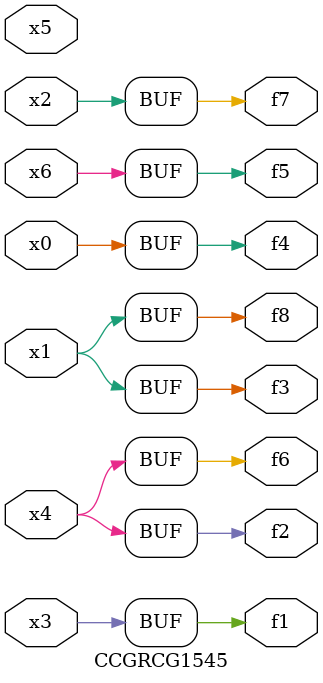
<source format=v>
module CCGRCG1545(
	input x0, x1, x2, x3, x4, x5, x6,
	output f1, f2, f3, f4, f5, f6, f7, f8
);
	assign f1 = x3;
	assign f2 = x4;
	assign f3 = x1;
	assign f4 = x0;
	assign f5 = x6;
	assign f6 = x4;
	assign f7 = x2;
	assign f8 = x1;
endmodule

</source>
